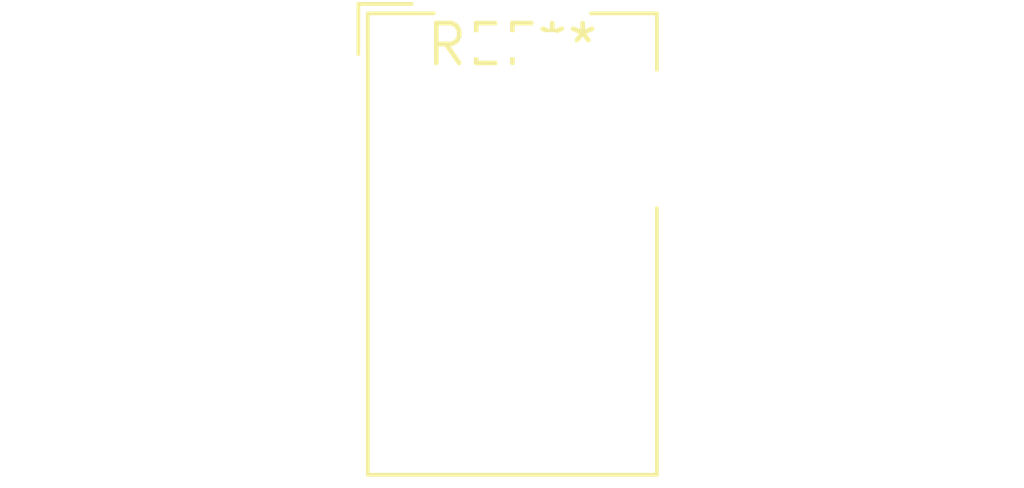
<source format=kicad_pcb>
(kicad_pcb (version 20240108) (generator pcbnew)
  (layers (0 "F.Cu" signal) (31 "B.Cu" signal) (34 "B.Paste" user) (35 "F.Paste" user) (36 "B.SilkS" user "B.Silkscreen") (37 "F.SilkS" user "F.Silkscreen") (38 "B.Mask" user) (39 "F.Mask" user) (44 "Edge.Cuts" user))
  (net 0 "")
  (footprint "BarrelJack_Wuerth_6941xx301002" (layer "F.Cu") (at 0 0)
    (property "Reference" "REF**")
    (property "Value" "BarrelJack_Wuerth_6941xx301002")
    (fp_line (start -4.9 -1.3) (end -4.9 0.3) (layer "F.SilkS") (stroke (width 0.12)))
    (fp_line (start -4.6 -1) (end -2.5 -1) (layer "F.SilkS") (stroke (width 0.12)))
    (fp_line (start -4.6 13.7) (end -4.6 -1) (layer "F.SilkS") (stroke (width 0.12)))
    (fp_line (start -3.2 -1.3) (end -4.9 -1.3) (layer "F.SilkS") (stroke (width 0.12)))
    (fp_line (start 2.5 -1) (end 4.6 -1) (layer "F.SilkS") (stroke (width 0.12)))
    (fp_line (start 4.6 -1) (end 4.6 0.8) (layer "F.SilkS") (stroke (width 0.12)))
    (fp_line (start 4.6 5.2) (end 4.6 13.7) (layer "F.SilkS") (stroke (width 0.12)))
    (fp_line (start 4.6 13.7) (end -4.6 13.7) (layer "F.SilkS") (stroke (width 0.12)))
    (pad "1" thru_hole rect (at 0 0) (size 4.4 1.8) (drill oval 3.4 0.8) (layers *.Cu *.Mask) (remove_unused_layers))
    (pad "2" thru_hole oval (at 0 5.8) (size 4 1.8) (drill oval 3 0.8) (layers *.Cu *.Mask) (remove_unused_layers))
    (pad "3" thru_hole oval (at 4.8 3 90) (size 4 1.8) (drill oval 3 0.8) (layers *.Cu *.Mask) (remove_unused_layers))
  )
)
</source>
